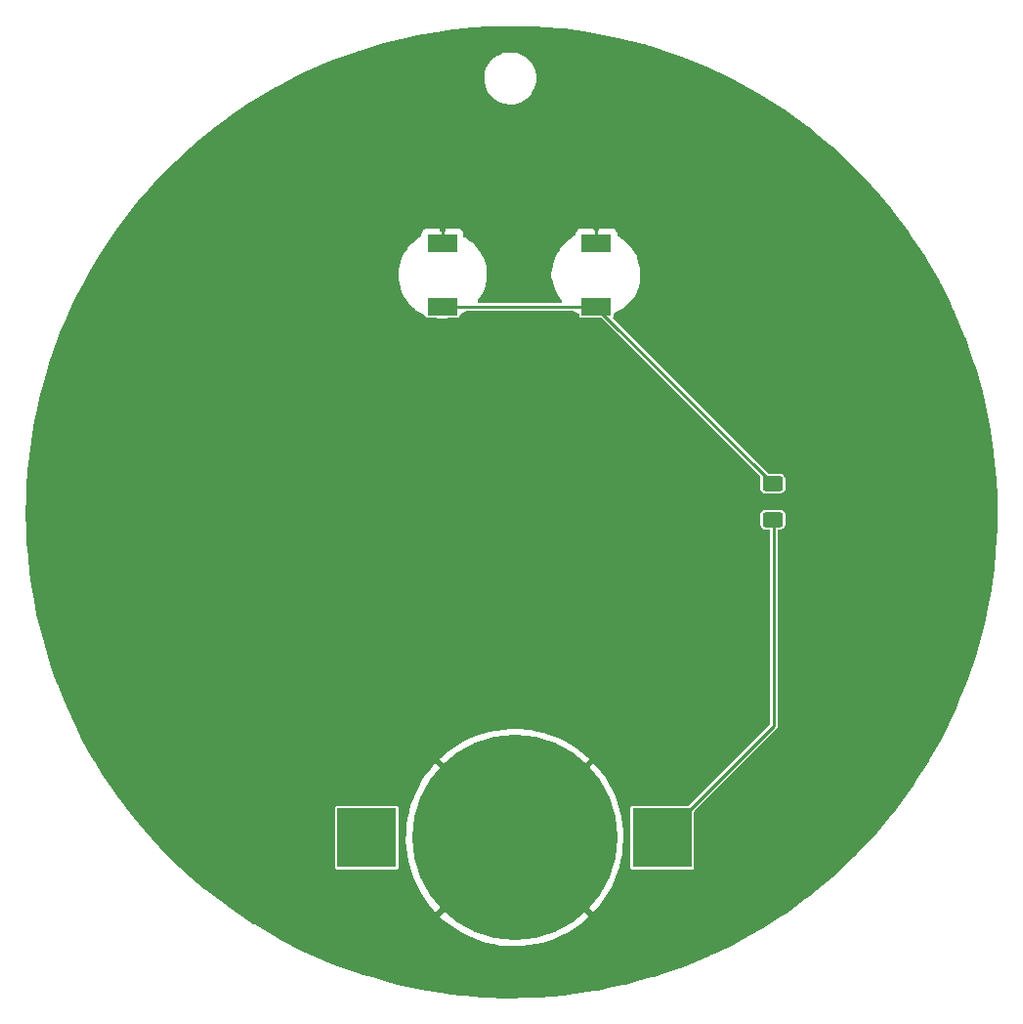
<source format=gbr>
%TF.GenerationSoftware,KiCad,Pcbnew,6.0.6-3a73a75311~116~ubuntu21.10.1*%
%TF.CreationDate,2023-05-16T20:40:28-06:00*%
%TF.ProjectId,goon,676f6f6e-2e6b-4696-9361-645f70636258,rev?*%
%TF.SameCoordinates,Original*%
%TF.FileFunction,Copper,L2,Bot*%
%TF.FilePolarity,Positive*%
%FSLAX46Y46*%
G04 Gerber Fmt 4.6, Leading zero omitted, Abs format (unit mm)*
G04 Created by KiCad (PCBNEW 6.0.6-3a73a75311~116~ubuntu21.10.1) date 2023-05-16 20:40:28*
%MOMM*%
%LPD*%
G01*
G04 APERTURE LIST*
G04 Aperture macros list*
%AMRoundRect*
0 Rectangle with rounded corners*
0 $1 Rounding radius*
0 $2 $3 $4 $5 $6 $7 $8 $9 X,Y pos of 4 corners*
0 Add a 4 corners polygon primitive as box body*
4,1,4,$2,$3,$4,$5,$6,$7,$8,$9,$2,$3,0*
0 Add four circle primitives for the rounded corners*
1,1,$1+$1,$2,$3*
1,1,$1+$1,$4,$5*
1,1,$1+$1,$6,$7*
1,1,$1+$1,$8,$9*
0 Add four rect primitives between the rounded corners*
20,1,$1+$1,$2,$3,$4,$5,0*
20,1,$1+$1,$4,$5,$6,$7,0*
20,1,$1+$1,$6,$7,$8,$9,0*
20,1,$1+$1,$8,$9,$2,$3,0*%
G04 Aperture macros list end*
%TA.AperFunction,SMDPad,CuDef*%
%ADD10R,2.600000X1.500000*%
%TD*%
%TA.AperFunction,SMDPad,CuDef*%
%ADD11RoundRect,0.250000X-0.625000X0.400000X-0.625000X-0.400000X0.625000X-0.400000X0.625000X0.400000X0*%
%TD*%
%TA.AperFunction,SMDPad,CuDef*%
%ADD12R,5.100000X5.100000*%
%TD*%
%TA.AperFunction,SMDPad,CuDef*%
%ADD13C,17.800000*%
%TD*%
%TA.AperFunction,Conductor*%
%ADD14C,0.250000*%
%TD*%
G04 APERTURE END LIST*
D10*
%TO.P,D1,1,K*%
%TO.N,GND*%
X144100000Y-77675000D03*
%TO.P,D1,2,A*%
%TO.N,Net-(D1-Pad2)*%
X144100000Y-83175000D03*
%TD*%
%TO.P,D2,1,K*%
%TO.N,GND*%
X157450000Y-77675000D03*
%TO.P,D2,2,A*%
%TO.N,Net-(D1-Pad2)*%
X157450000Y-83175000D03*
%TD*%
D11*
%TO.P,R1,2*%
%TO.N,Net-(BT1-Pad1)*%
X172725000Y-101625000D03*
%TO.P,R1,1*%
%TO.N,Net-(D1-Pad2)*%
X172725000Y-98525000D03*
%TD*%
D12*
%TO.P,BT1,1,+*%
%TO.N,Net-(BT1-Pad1)*%
X137550000Y-129200000D03*
X163150000Y-129200000D03*
D13*
%TO.P,BT1,2,-*%
%TO.N,GND*%
X150350000Y-129200000D03*
%TD*%
D14*
%TO.N,GND*%
X157450000Y-77675000D02*
X157450000Y-76275000D01*
X144100000Y-77675000D02*
X144100000Y-76275000D01*
%TO.N,Net-(BT1-Pad1)*%
X163150000Y-129175000D02*
X172825000Y-119500000D01*
X172825000Y-119500000D02*
X172825000Y-101725000D01*
%TO.N,Net-(D1-Pad2)*%
X157450000Y-83250000D02*
X172725000Y-98525000D01*
X144100000Y-83175000D02*
X157450000Y-83175000D01*
%TD*%
%TA.AperFunction,Conductor*%
%TO.N,GND*%
G36*
X151736316Y-58897593D02*
G01*
X151740053Y-58897697D01*
X151825327Y-58901345D01*
X152104028Y-58913270D01*
X152107946Y-58913499D01*
X154295762Y-59076082D01*
X154299188Y-59076385D01*
X154643544Y-59111667D01*
X154655612Y-59112903D01*
X154659760Y-59113398D01*
X156843345Y-59410571D01*
X156846607Y-59411058D01*
X156939228Y-59426142D01*
X157188110Y-59466675D01*
X157192370Y-59467446D01*
X159370559Y-59900714D01*
X159373571Y-59901352D01*
X159692475Y-59972928D01*
X159696962Y-59974021D01*
X161868793Y-60545817D01*
X161871549Y-60546576D01*
X161979208Y-60577548D01*
X162159995Y-60629559D01*
X162164584Y-60630976D01*
X164261926Y-61322575D01*
X164329850Y-61344973D01*
X164332347Y-61345826D01*
X164581769Y-61433906D01*
X164586503Y-61435685D01*
X166745867Y-62297184D01*
X166748105Y-62298102D01*
X166949277Y-62382873D01*
X166954088Y-62385020D01*
X169109760Y-63401700D01*
X169111591Y-63402583D01*
X169253993Y-63472808D01*
X169258869Y-63475346D01*
X171415008Y-64658245D01*
X171416735Y-64659211D01*
X171469466Y-64689227D01*
X171472686Y-64691123D01*
X171524593Y-64722746D01*
X171526208Y-64723747D01*
X173606114Y-66036069D01*
X173610666Y-66039082D01*
X173741062Y-66129541D01*
X173742832Y-66130792D01*
X175677103Y-67523268D01*
X175681312Y-67526433D01*
X175853024Y-67661315D01*
X175854808Y-67662745D01*
X176729566Y-68377452D01*
X177655236Y-69133757D01*
X177659087Y-69137034D01*
X177857041Y-69312477D01*
X177858998Y-69314248D01*
X179533229Y-70861891D01*
X179536710Y-70865235D01*
X179749124Y-71077279D01*
X179751086Y-71079282D01*
X181304136Y-72701619D01*
X181307241Y-72704984D01*
X181524476Y-72949231D01*
X181526493Y-72951556D01*
X182961426Y-74646567D01*
X182964209Y-74649973D01*
X183178386Y-74921655D01*
X183180390Y-74924266D01*
X184476610Y-76660115D01*
X184498937Y-76690015D01*
X184501381Y-76693404D01*
X184706113Y-76987427D01*
X184708080Y-76990337D01*
X185287779Y-77874526D01*
X185910898Y-78824941D01*
X185913016Y-78828285D01*
X186103094Y-79139072D01*
X186104990Y-79142279D01*
X187093216Y-80871312D01*
X187191930Y-81044026D01*
X187193724Y-81047275D01*
X187265480Y-81181945D01*
X187365078Y-81368869D01*
X187366884Y-81372391D01*
X188024334Y-82705568D01*
X188248754Y-83160646D01*
X188337135Y-83339866D01*
X188338647Y-83343043D01*
X188488080Y-83668683D01*
X188489759Y-83672508D01*
X189341965Y-85704790D01*
X189343201Y-85707848D01*
X189468595Y-86030297D01*
X189470091Y-86034355D01*
X189957295Y-87429490D01*
X190202285Y-88131035D01*
X190203265Y-88133954D01*
X190303463Y-88445100D01*
X190304796Y-88449517D01*
X190743032Y-90003381D01*
X190914396Y-90610993D01*
X190915141Y-90613754D01*
X190990042Y-90904424D01*
X190991159Y-90909131D01*
X191474898Y-93137096D01*
X191475431Y-93139680D01*
X191526140Y-93399344D01*
X191527010Y-93404326D01*
X191880683Y-95702182D01*
X191881028Y-95704577D01*
X191910082Y-95920887D01*
X191910674Y-95926131D01*
X192128747Y-98299404D01*
X192128930Y-98301595D01*
X192140696Y-98459922D01*
X192140983Y-98465412D01*
X192168789Y-99375500D01*
X192212900Y-100819247D01*
X192216083Y-100923433D01*
X192216128Y-100925414D01*
X192217032Y-100986401D01*
X192217038Y-100989695D01*
X192216302Y-101054601D01*
X192216271Y-101056263D01*
X192175808Y-102601500D01*
X192162648Y-103104058D01*
X192162602Y-103105488D01*
X192159394Y-103190929D01*
X192159199Y-103194661D01*
X192155113Y-103255378D01*
X192154964Y-103257352D01*
X191951328Y-105708036D01*
X191950754Y-105713503D01*
X191930726Y-105870935D01*
X191930429Y-105873114D01*
X191588438Y-108231782D01*
X191587572Y-108236988D01*
X191547238Y-108451474D01*
X191546768Y-108453847D01*
X191073310Y-110730084D01*
X191072188Y-110734980D01*
X191007966Y-110991602D01*
X191007299Y-110994155D01*
X190407606Y-113193804D01*
X190406244Y-113198446D01*
X190316255Y-113484725D01*
X190315367Y-113487442D01*
X189593461Y-115614110D01*
X189591901Y-115618444D01*
X189475559Y-115923913D01*
X189474462Y-115926692D01*
X189031466Y-117009517D01*
X188633520Y-117982227D01*
X188631784Y-117986267D01*
X188489697Y-118301689D01*
X188488316Y-118304652D01*
X187530886Y-120289609D01*
X187529054Y-120293252D01*
X187362750Y-120610689D01*
X187361084Y-120613762D01*
X186289176Y-122527791D01*
X186287203Y-122531188D01*
X186099282Y-122843324D01*
X186097326Y-122846467D01*
X185220162Y-124210172D01*
X184912306Y-124688787D01*
X184910237Y-124691900D01*
X184704177Y-124992281D01*
X184701887Y-124995510D01*
X183404692Y-126764660D01*
X183402572Y-126767468D01*
X183182731Y-127050376D01*
X183180117Y-127053627D01*
X181770960Y-128747953D01*
X181768857Y-128750416D01*
X181718481Y-128807860D01*
X181540729Y-129010546D01*
X181537772Y-129013801D01*
X180016108Y-130631379D01*
X180013971Y-130633596D01*
X179784253Y-130866138D01*
X179780948Y-130869363D01*
X178145084Y-132408230D01*
X178143075Y-132410076D01*
X178033426Y-132508631D01*
X177919834Y-132610730D01*
X177916185Y-132613886D01*
X177505688Y-132955292D01*
X176163297Y-134071747D01*
X176161251Y-134073413D01*
X175954347Y-134238287D01*
X175950329Y-134241359D01*
X175533786Y-134546781D01*
X174233727Y-135500024D01*
X174075449Y-135616078D01*
X174073485Y-135617489D01*
X173895008Y-135743158D01*
X173890651Y-135746092D01*
X173450750Y-136029046D01*
X171886103Y-137035460D01*
X171884243Y-137036633D01*
X171749354Y-137120105D01*
X171744617Y-137122895D01*
X170757762Y-137675561D01*
X169598990Y-138324504D01*
X169597283Y-138325443D01*
X169543749Y-138354328D01*
X169540456Y-138356043D01*
X169486003Y-138383370D01*
X169484414Y-138384152D01*
X167924821Y-139136410D01*
X167269353Y-139452570D01*
X167264351Y-139454849D01*
X167118545Y-139517493D01*
X167116575Y-139518320D01*
X164910642Y-140420791D01*
X164905725Y-140422684D01*
X164700396Y-140496809D01*
X164698152Y-140497594D01*
X163307009Y-140969824D01*
X162496616Y-141244915D01*
X162491795Y-141246444D01*
X162238127Y-141321343D01*
X162235589Y-141322064D01*
X160981243Y-141664038D01*
X160417732Y-141817669D01*
X160035912Y-141921765D01*
X160031227Y-141922946D01*
X159738864Y-141990713D01*
X159736123Y-141991315D01*
X158866357Y-142172227D01*
X157537270Y-142448677D01*
X157532732Y-142449534D01*
X157210549Y-142504316D01*
X157207508Y-142504795D01*
X155009655Y-142823469D01*
X155005292Y-142824024D01*
X154661373Y-142861690D01*
X154658098Y-142862005D01*
X152464116Y-143044311D01*
X152461961Y-143044490D01*
X152457791Y-143044767D01*
X152099929Y-143062582D01*
X152096437Y-143062708D01*
X151275649Y-143080617D01*
X149903197Y-143110564D01*
X149899238Y-143110588D01*
X149534975Y-143107091D01*
X149531238Y-143107000D01*
X148014545Y-143047409D01*
X147342443Y-143021002D01*
X147338742Y-143020802D01*
X146975200Y-142995699D01*
X146971338Y-142995371D01*
X145807765Y-142878206D01*
X144788639Y-142775585D01*
X144785144Y-142775184D01*
X144429786Y-142729347D01*
X144425651Y-142728744D01*
X142250581Y-142374511D01*
X142247333Y-142373938D01*
X141907438Y-142309406D01*
X141903132Y-142308510D01*
X140193961Y-141921765D01*
X139737060Y-141818379D01*
X139734118Y-141817675D01*
X139588729Y-141781021D01*
X139417143Y-141737762D01*
X139412687Y-141736551D01*
X137990645Y-141322064D01*
X137256569Y-141108100D01*
X137253877Y-141107283D01*
X136967677Y-141016769D01*
X136963161Y-141015245D01*
X135785475Y-140592413D01*
X134817331Y-140244813D01*
X134814858Y-140243896D01*
X134636463Y-140175596D01*
X134567766Y-140149294D01*
X134563128Y-140147411D01*
X132995609Y-139473952D01*
X132426998Y-139229657D01*
X132424785Y-139228681D01*
X132225933Y-139138687D01*
X132221172Y-139136410D01*
X130092890Y-138063667D01*
X130090935Y-138062661D01*
X130078199Y-138055960D01*
X129950518Y-137988784D01*
X129945745Y-137986138D01*
X127821445Y-136747284D01*
X127819744Y-136746274D01*
X127767656Y-136714791D01*
X127764486Y-136712810D01*
X127713398Y-136679823D01*
X127711743Y-136678736D01*
X126743666Y-136031887D01*
X143883653Y-136031887D01*
X143883677Y-136032226D01*
X143889500Y-136040858D01*
X144222715Y-136345660D01*
X144225846Y-136348344D01*
X144696614Y-136726175D01*
X144699897Y-136728640D01*
X145194088Y-137075319D01*
X145197515Y-137077562D01*
X145713060Y-137391635D01*
X145716595Y-137393635D01*
X146251368Y-137673802D01*
X146255006Y-137675561D01*
X146806712Y-137920619D01*
X146810502Y-137922158D01*
X147376872Y-138131103D01*
X147380737Y-138132389D01*
X147959415Y-138304350D01*
X147963356Y-138305384D01*
X148551917Y-138439642D01*
X148555912Y-138440419D01*
X149151930Y-138536419D01*
X149155969Y-138536936D01*
X149756918Y-138594272D01*
X149760987Y-138594528D01*
X150364384Y-138612964D01*
X150368470Y-138612956D01*
X150971812Y-138592414D01*
X150975856Y-138592145D01*
X151576622Y-138532710D01*
X151580658Y-138532179D01*
X152176321Y-138434102D01*
X152180324Y-138433309D01*
X152768425Y-138296995D01*
X152772345Y-138295952D01*
X153350442Y-138121964D01*
X153354275Y-138120674D01*
X153919914Y-137909753D01*
X153923707Y-137908197D01*
X154474544Y-137661219D01*
X154478205Y-137659433D01*
X155011987Y-137377406D01*
X155015493Y-137375406D01*
X155529963Y-137059521D01*
X155533360Y-137057280D01*
X156026367Y-136708858D01*
X156029591Y-136706420D01*
X156499100Y-136326897D01*
X156502167Y-136324250D01*
X156807854Y-136042663D01*
X156816032Y-136029046D01*
X156816018Y-136028587D01*
X156810673Y-136019883D01*
X150362812Y-129572022D01*
X150348868Y-129564408D01*
X150347035Y-129564539D01*
X150340420Y-129568790D01*
X143891267Y-136017943D01*
X143883653Y-136031887D01*
X126743666Y-136031887D01*
X125666992Y-135312476D01*
X125662560Y-135309373D01*
X125534523Y-135215493D01*
X125532847Y-135214241D01*
X123635619Y-133771555D01*
X123631532Y-133768309D01*
X123463498Y-133629052D01*
X123461650Y-133627491D01*
X121700354Y-132109862D01*
X121696604Y-132106497D01*
X121503274Y-131925898D01*
X121501402Y-131924113D01*
X121342942Y-131769748D01*
X134799500Y-131769748D01*
X134811133Y-131828231D01*
X134855448Y-131894552D01*
X134921769Y-131938867D01*
X134933938Y-131941288D01*
X134933939Y-131941288D01*
X134974184Y-131949293D01*
X134980252Y-131950500D01*
X140119748Y-131950500D01*
X140125816Y-131949293D01*
X140166061Y-131941288D01*
X140166062Y-131941288D01*
X140178231Y-131938867D01*
X140244552Y-131894552D01*
X140288867Y-131828231D01*
X140300500Y-131769748D01*
X140300500Y-129411514D01*
X140939403Y-129411514D01*
X140939495Y-129415588D01*
X140972667Y-130018368D01*
X140973022Y-130022420D01*
X141045028Y-130621822D01*
X141045638Y-130625812D01*
X141156173Y-131219317D01*
X141157045Y-131223282D01*
X141305647Y-131808405D01*
X141306772Y-131812303D01*
X141492827Y-132386624D01*
X141494203Y-132390445D01*
X141716923Y-132951541D01*
X141718554Y-132955292D01*
X141977015Y-133500839D01*
X141978873Y-133504453D01*
X142272019Y-134032217D01*
X142274094Y-134035684D01*
X142600683Y-134543424D01*
X142602999Y-134546781D01*
X142961653Y-135032359D01*
X142964184Y-135035564D01*
X143353434Y-135496995D01*
X143356161Y-135500024D01*
X143507555Y-135657621D01*
X143521340Y-135665511D01*
X143522504Y-135665451D01*
X143530137Y-135660653D01*
X149977978Y-129212812D01*
X149984356Y-129201132D01*
X150714408Y-129201132D01*
X150714539Y-129202965D01*
X150718790Y-129209580D01*
X157166962Y-135657752D01*
X157180906Y-135665366D01*
X157181950Y-135665292D01*
X157189643Y-135660218D01*
X157365787Y-135475573D01*
X157368510Y-135472527D01*
X157756152Y-135009734D01*
X157758646Y-135006554D01*
X158115621Y-134519701D01*
X158117921Y-134516341D01*
X158442732Y-134007472D01*
X158444803Y-134003984D01*
X158736104Y-133475202D01*
X158737940Y-133471600D01*
X158994512Y-132925120D01*
X158996114Y-132921401D01*
X159216884Y-132359502D01*
X159218241Y-132355692D01*
X159402293Y-131780714D01*
X159403399Y-131776832D01*
X159405172Y-131769748D01*
X160399500Y-131769748D01*
X160411133Y-131828231D01*
X160455448Y-131894552D01*
X160521769Y-131938867D01*
X160533938Y-131941288D01*
X160533939Y-131941288D01*
X160574184Y-131949293D01*
X160580252Y-131950500D01*
X165719748Y-131950500D01*
X165725816Y-131949293D01*
X165766061Y-131941288D01*
X165766062Y-131941288D01*
X165778231Y-131938867D01*
X165844552Y-131894552D01*
X165888867Y-131828231D01*
X165900500Y-131769748D01*
X165900500Y-126937016D01*
X165920502Y-126868895D01*
X165937405Y-126847921D01*
X173041222Y-119744105D01*
X173049326Y-119736678D01*
X173069750Y-119719540D01*
X173078194Y-119712455D01*
X173083704Y-119702912D01*
X173083707Y-119702908D01*
X173097036Y-119679821D01*
X173102941Y-119670551D01*
X173118232Y-119648713D01*
X173124554Y-119639684D01*
X173127407Y-119629036D01*
X173128886Y-119625865D01*
X173130078Y-119622589D01*
X173135588Y-119613045D01*
X173142134Y-119575924D01*
X173144508Y-119565217D01*
X173154263Y-119528807D01*
X173150979Y-119491269D01*
X173150500Y-119480288D01*
X173150500Y-102601500D01*
X173170502Y-102533379D01*
X173224158Y-102486886D01*
X173276500Y-102475500D01*
X173403834Y-102475500D01*
X173421752Y-102473806D01*
X173427722Y-102473242D01*
X173427723Y-102473242D01*
X173435369Y-102472519D01*
X173563184Y-102427634D01*
X173570754Y-102422042D01*
X173570757Y-102422041D01*
X173664579Y-102352742D01*
X173672150Y-102347150D01*
X173684665Y-102330206D01*
X173747041Y-102245757D01*
X173747042Y-102245754D01*
X173752634Y-102238184D01*
X173797519Y-102110369D01*
X173800500Y-102078834D01*
X173800500Y-101171166D01*
X173797519Y-101139631D01*
X173752634Y-101011816D01*
X173747042Y-101004246D01*
X173747041Y-101004243D01*
X173677742Y-100910421D01*
X173672150Y-100902850D01*
X173655206Y-100890335D01*
X173570757Y-100827959D01*
X173570754Y-100827958D01*
X173563184Y-100822366D01*
X173435369Y-100777481D01*
X173427723Y-100776758D01*
X173427722Y-100776758D01*
X173421752Y-100776194D01*
X173403834Y-100774500D01*
X172046166Y-100774500D01*
X172028248Y-100776194D01*
X172022278Y-100776758D01*
X172022277Y-100776758D01*
X172014631Y-100777481D01*
X171886816Y-100822366D01*
X171879246Y-100827958D01*
X171879243Y-100827959D01*
X171794794Y-100890335D01*
X171777850Y-100902850D01*
X171772258Y-100910421D01*
X171702959Y-101004243D01*
X171702958Y-101004246D01*
X171697366Y-101011816D01*
X171652481Y-101139631D01*
X171649500Y-101171166D01*
X171649500Y-102078834D01*
X171652481Y-102110369D01*
X171697366Y-102238184D01*
X171702958Y-102245754D01*
X171702959Y-102245757D01*
X171765335Y-102330206D01*
X171777850Y-102347150D01*
X171785421Y-102352742D01*
X171879243Y-102422041D01*
X171879246Y-102422042D01*
X171886816Y-102427634D01*
X172014631Y-102472519D01*
X172022277Y-102473242D01*
X172022278Y-102473242D01*
X172028248Y-102473806D01*
X172046166Y-102475500D01*
X172373500Y-102475500D01*
X172441621Y-102495502D01*
X172488114Y-102549158D01*
X172499500Y-102601500D01*
X172499500Y-119312983D01*
X172479498Y-119381104D01*
X172462595Y-119402078D01*
X165452079Y-126412595D01*
X165389767Y-126446621D01*
X165362984Y-126449500D01*
X160580252Y-126449500D01*
X160574184Y-126450707D01*
X160533939Y-126458712D01*
X160533938Y-126458712D01*
X160521769Y-126461133D01*
X160455448Y-126505448D01*
X160411133Y-126571769D01*
X160399500Y-126630252D01*
X160399500Y-131769748D01*
X159405172Y-131769748D01*
X159549966Y-131191165D01*
X159550818Y-131187221D01*
X159659281Y-130593335D01*
X159659882Y-130589310D01*
X159729790Y-129989698D01*
X159730132Y-129985621D01*
X159761238Y-129382012D01*
X159761318Y-129379395D01*
X159763027Y-129201337D01*
X159762997Y-129198661D01*
X159743486Y-128594588D01*
X159743223Y-128590530D01*
X159684836Y-127989662D01*
X159684316Y-127985652D01*
X159587275Y-127389796D01*
X159586487Y-127385783D01*
X159451206Y-126797474D01*
X159450160Y-126793518D01*
X159277195Y-126215163D01*
X159275897Y-126211282D01*
X159065959Y-125645262D01*
X159064433Y-125641524D01*
X158818405Y-125090231D01*
X158816625Y-125086566D01*
X158535537Y-124552303D01*
X158533528Y-124548768D01*
X158218550Y-124033762D01*
X158216322Y-124030371D01*
X157868748Y-123536739D01*
X157866322Y-123533520D01*
X157487619Y-123063349D01*
X157484975Y-123060276D01*
X157192813Y-122741994D01*
X157179209Y-122733792D01*
X157178810Y-122733804D01*
X157170017Y-122739193D01*
X150722022Y-129187188D01*
X150714408Y-129201132D01*
X149984356Y-129201132D01*
X149985592Y-129198868D01*
X149985461Y-129197035D01*
X149981210Y-129190420D01*
X143530806Y-122740016D01*
X143516862Y-122732402D01*
X143515057Y-122732531D01*
X143508404Y-122736810D01*
X143478383Y-122766885D01*
X143475621Y-122769835D01*
X143077560Y-123223737D01*
X143074995Y-123226860D01*
X142707060Y-123705497D01*
X142704697Y-123708785D01*
X142368413Y-124210172D01*
X142366271Y-124213601D01*
X142063052Y-124735630D01*
X142061126Y-124739208D01*
X141792232Y-125279706D01*
X141790535Y-125283415D01*
X141557078Y-125840146D01*
X141555638Y-125843916D01*
X141358586Y-126414579D01*
X141357390Y-126418443D01*
X141197586Y-127000591D01*
X141196629Y-127004578D01*
X141074729Y-127595806D01*
X141074033Y-127599835D01*
X140990539Y-128197713D01*
X140990107Y-128201757D01*
X140945367Y-128803802D01*
X140945197Y-128807860D01*
X140939403Y-129411514D01*
X140300500Y-129411514D01*
X140300500Y-126630252D01*
X140288867Y-126571769D01*
X140244552Y-126505448D01*
X140178231Y-126461133D01*
X140166062Y-126458712D01*
X140166061Y-126458712D01*
X140125816Y-126450707D01*
X140119748Y-126449500D01*
X134980252Y-126449500D01*
X134974184Y-126450707D01*
X134933939Y-126458712D01*
X134933938Y-126458712D01*
X134921769Y-126461133D01*
X134855448Y-126505448D01*
X134811133Y-126571769D01*
X134799500Y-126630252D01*
X134799500Y-131769748D01*
X121342942Y-131769748D01*
X120781979Y-131223282D01*
X119911625Y-130375421D01*
X119908263Y-130372017D01*
X119589118Y-130036296D01*
X119587246Y-130034280D01*
X118274154Y-128588679D01*
X118271119Y-128585213D01*
X117753537Y-127971651D01*
X117751581Y-127969273D01*
X117016701Y-127053632D01*
X116743855Y-126713673D01*
X116741175Y-126710213D01*
X116686086Y-126636439D01*
X116080366Y-125825281D01*
X116078434Y-125822622D01*
X115953089Y-125645262D01*
X115563127Y-125093479D01*
X115562874Y-125093120D01*
X115298422Y-124716145D01*
X115296321Y-124713053D01*
X115190528Y-124552303D01*
X114610072Y-123670321D01*
X114608063Y-123667168D01*
X113953032Y-122604510D01*
X113951118Y-122601299D01*
X113817160Y-122368808D01*
X143882090Y-122368808D01*
X143882225Y-122370670D01*
X143886453Y-122377243D01*
X150337188Y-128827978D01*
X150351132Y-128835592D01*
X150352965Y-128835461D01*
X150359580Y-128831210D01*
X156807803Y-122382987D01*
X156815417Y-122369043D01*
X156815339Y-122367941D01*
X156810326Y-122360325D01*
X156637807Y-122195175D01*
X156634777Y-122192456D01*
X156172650Y-121803998D01*
X156169478Y-121801502D01*
X155683249Y-121443677D01*
X155679891Y-121441369D01*
X155171601Y-121115679D01*
X155168083Y-121113582D01*
X154639845Y-120821377D01*
X154636220Y-120819522D01*
X154090225Y-120562014D01*
X154086457Y-120560384D01*
X153524988Y-120338649D01*
X153521159Y-120337278D01*
X152946502Y-120152222D01*
X152942627Y-120151111D01*
X152357229Y-120003526D01*
X152353268Y-120002663D01*
X151759588Y-119893167D01*
X151755566Y-119892558D01*
X151156029Y-119821598D01*
X151152027Y-119821255D01*
X150549136Y-119789131D01*
X150545119Y-119789047D01*
X149941442Y-119795896D01*
X149937380Y-119796073D01*
X149335416Y-119841864D01*
X149331389Y-119842301D01*
X148733660Y-119926839D01*
X148729623Y-119927543D01*
X148138587Y-120050478D01*
X148134639Y-120051434D01*
X147552765Y-120212254D01*
X147548873Y-120213467D01*
X146978579Y-120411506D01*
X146974796Y-120412959D01*
X146418481Y-120647384D01*
X146414782Y-120649085D01*
X145874758Y-120918920D01*
X145871156Y-120920868D01*
X145349693Y-121224975D01*
X145346229Y-121227148D01*
X144845452Y-121564292D01*
X144842161Y-121566665D01*
X144364195Y-121935414D01*
X144361040Y-121938013D01*
X143907848Y-122336854D01*
X143904900Y-122339622D01*
X143889690Y-122354859D01*
X143882090Y-122368808D01*
X113817160Y-122368808D01*
X113327904Y-121519681D01*
X113326086Y-121516414D01*
X112735250Y-120416816D01*
X112733529Y-120413497D01*
X112175555Y-119296815D01*
X112173934Y-119293447D01*
X111649333Y-118160702D01*
X111647813Y-118157287D01*
X111157062Y-117009517D01*
X111155643Y-117006058D01*
X110731574Y-115926734D01*
X110699132Y-115844164D01*
X110697841Y-115840728D01*
X110275992Y-114665783D01*
X110274799Y-114662297D01*
X109888017Y-113475428D01*
X109886911Y-113471857D01*
X109805339Y-113193804D01*
X109535490Y-112273972D01*
X109534509Y-112270437D01*
X109218783Y-111062665D01*
X109217892Y-111059035D01*
X108938151Y-109842502D01*
X108937367Y-109838846D01*
X108693834Y-108614521D01*
X108693159Y-108610844D01*
X108486051Y-107379817D01*
X108485486Y-107376122D01*
X108314995Y-106139540D01*
X108314539Y-106135830D01*
X108180803Y-104894678D01*
X108180458Y-104890955D01*
X108083605Y-103646430D01*
X108083370Y-103642699D01*
X108023478Y-102395820D01*
X108023354Y-102392084D01*
X108000922Y-101168218D01*
X108000478Y-101143966D01*
X108000465Y-101140243D01*
X108002211Y-100986401D01*
X108014627Y-99892011D01*
X108014725Y-99888274D01*
X108065910Y-98641010D01*
X108066119Y-98637277D01*
X108134268Y-97674779D01*
X108154283Y-97392095D01*
X108154601Y-97388382D01*
X108279669Y-96146330D01*
X108280099Y-96142617D01*
X108441952Y-94904878D01*
X108442491Y-94901179D01*
X108640998Y-93668742D01*
X108641647Y-93665060D01*
X108742840Y-93137096D01*
X108876638Y-92439014D01*
X108877393Y-92435371D01*
X109148632Y-91216922D01*
X109149498Y-91213286D01*
X109255385Y-90796358D01*
X109456780Y-90003362D01*
X109457749Y-89999771D01*
X109800780Y-88799526D01*
X109801860Y-88795948D01*
X110013422Y-88131035D01*
X110180358Y-87606374D01*
X110181522Y-87602895D01*
X110595155Y-86425042D01*
X110596445Y-86421536D01*
X111044818Y-85256525D01*
X111046213Y-85253056D01*
X111483399Y-84210485D01*
X111528944Y-84101871D01*
X111530433Y-84098463D01*
X111579266Y-83991062D01*
X111876484Y-83337364D01*
X112047115Y-82962081D01*
X112048713Y-82958701D01*
X112394724Y-82253962D01*
X112598869Y-81838169D01*
X112600561Y-81834848D01*
X113016668Y-81047299D01*
X113183720Y-80731125D01*
X113185515Y-80727846D01*
X113359113Y-80421636D01*
X140275240Y-80421636D01*
X140275390Y-80424817D01*
X140289681Y-80727846D01*
X140293257Y-80803679D01*
X140349789Y-81181945D01*
X140350575Y-81185027D01*
X140350575Y-81185029D01*
X140435062Y-81516483D01*
X140444258Y-81552562D01*
X140537701Y-81807905D01*
X140571403Y-81900000D01*
X140575697Y-81911735D01*
X140742759Y-82255787D01*
X140943735Y-82581195D01*
X140945676Y-82583725D01*
X140945677Y-82583726D01*
X141151448Y-82851891D01*
X141176567Y-82884627D01*
X141438870Y-83162976D01*
X141727959Y-83413393D01*
X141730569Y-83415228D01*
X141730575Y-83415232D01*
X141851900Y-83500500D01*
X142040875Y-83633314D01*
X142374413Y-83820487D01*
X142377335Y-83821758D01*
X142377338Y-83821759D01*
X142533282Y-83889566D01*
X142587777Y-83935072D01*
X142606618Y-83980531D01*
X142611133Y-84003231D01*
X142655448Y-84069552D01*
X142721769Y-84113867D01*
X142733938Y-84116288D01*
X142733939Y-84116288D01*
X142751244Y-84119730D01*
X142780252Y-84125500D01*
X143248273Y-84125500D01*
X143274255Y-84128208D01*
X143460650Y-84167488D01*
X143460655Y-84167489D01*
X143463769Y-84168145D01*
X143844071Y-84208787D01*
X143847259Y-84208804D01*
X143847264Y-84208804D01*
X144020605Y-84209712D01*
X144226533Y-84210790D01*
X144370979Y-84196881D01*
X144604075Y-84174437D01*
X144604080Y-84174436D01*
X144607240Y-84174132D01*
X144610359Y-84173509D01*
X144610364Y-84173508D01*
X144838393Y-84127943D01*
X144863082Y-84125500D01*
X145419748Y-84125500D01*
X145448756Y-84119730D01*
X145466061Y-84116288D01*
X145466062Y-84116288D01*
X145478231Y-84113867D01*
X145544552Y-84069552D01*
X145588867Y-84003231D01*
X145591921Y-83987881D01*
X145600500Y-83944748D01*
X145601992Y-83945045D01*
X145625762Y-83886188D01*
X145675536Y-83848310D01*
X145700177Y-83837901D01*
X146035657Y-83654231D01*
X146227094Y-83522660D01*
X146298461Y-83500500D01*
X155304957Y-83500500D01*
X155377407Y-83523413D01*
X155394110Y-83535152D01*
X155396872Y-83536702D01*
X155396880Y-83536707D01*
X155632059Y-83668683D01*
X155727648Y-83722325D01*
X155730562Y-83723592D01*
X155730566Y-83723594D01*
X155767697Y-83739739D01*
X155873743Y-83785849D01*
X155928237Y-83831354D01*
X155949500Y-83901398D01*
X155949500Y-83944748D01*
X155950707Y-83950816D01*
X155958080Y-83987881D01*
X155961133Y-84003231D01*
X156005448Y-84069552D01*
X156071769Y-84113867D01*
X156083938Y-84116288D01*
X156083939Y-84116288D01*
X156101244Y-84119730D01*
X156130252Y-84125500D01*
X157812984Y-84125500D01*
X157881105Y-84145502D01*
X157902079Y-84162405D01*
X171629390Y-97889716D01*
X171663416Y-97952028D01*
X171659178Y-98020558D01*
X171655026Y-98032381D01*
X171655024Y-98032389D01*
X171652481Y-98039631D01*
X171649500Y-98071166D01*
X171649500Y-98978834D01*
X171652481Y-99010369D01*
X171697366Y-99138184D01*
X171702958Y-99145754D01*
X171702959Y-99145757D01*
X171765335Y-99230206D01*
X171777850Y-99247150D01*
X171785421Y-99252742D01*
X171879243Y-99322041D01*
X171879246Y-99322042D01*
X171886816Y-99327634D01*
X172014631Y-99372519D01*
X172022277Y-99373242D01*
X172022278Y-99373242D01*
X172028248Y-99373806D01*
X172046166Y-99375500D01*
X173403834Y-99375500D01*
X173421752Y-99373806D01*
X173427722Y-99373242D01*
X173427723Y-99373242D01*
X173435369Y-99372519D01*
X173563184Y-99327634D01*
X173570754Y-99322042D01*
X173570757Y-99322041D01*
X173664579Y-99252742D01*
X173672150Y-99247150D01*
X173684665Y-99230206D01*
X173747041Y-99145757D01*
X173747042Y-99145754D01*
X173752634Y-99138184D01*
X173797519Y-99010369D01*
X173800500Y-98978834D01*
X173800500Y-98071166D01*
X173797519Y-98039631D01*
X173752634Y-97911816D01*
X173747042Y-97904246D01*
X173747041Y-97904243D01*
X173677742Y-97810421D01*
X173672150Y-97802850D01*
X173655206Y-97790335D01*
X173570757Y-97727959D01*
X173570754Y-97727958D01*
X173563184Y-97722366D01*
X173435369Y-97677481D01*
X173427723Y-97676758D01*
X173427722Y-97676758D01*
X173421752Y-97676194D01*
X173403834Y-97674500D01*
X172387017Y-97674500D01*
X172318896Y-97654498D01*
X172297922Y-97637595D01*
X158899600Y-84239273D01*
X158865574Y-84176961D01*
X158870639Y-84106146D01*
X158893857Y-84070017D01*
X158894552Y-84069552D01*
X158938867Y-84003231D01*
X158941921Y-83987881D01*
X158949293Y-83950816D01*
X158950500Y-83944748D01*
X158950500Y-83866766D01*
X158970502Y-83798645D01*
X159027471Y-83750697D01*
X159053412Y-83739739D01*
X159056215Y-83738205D01*
X159056220Y-83738202D01*
X159206786Y-83655769D01*
X159388892Y-83556069D01*
X159704093Y-83339437D01*
X159706532Y-83337369D01*
X159706538Y-83337364D01*
X159993349Y-83094131D01*
X159993357Y-83094123D01*
X159995789Y-83092061D01*
X159997997Y-83089766D01*
X159998005Y-83089759D01*
X160205726Y-82873904D01*
X160260993Y-82816473D01*
X160463229Y-82581195D01*
X160507370Y-82529842D01*
X160511708Y-82525050D01*
X160617082Y-82414476D01*
X160762485Y-82261898D01*
X160950000Y-81900000D01*
X160964420Y-81862773D01*
X161098551Y-81516483D01*
X161098551Y-81516482D01*
X161099792Y-81513279D01*
X161137362Y-81372391D01*
X161198660Y-81142525D01*
X161198661Y-81142521D01*
X161199792Y-81138279D01*
X161240442Y-80803679D01*
X161249540Y-80728790D01*
X161249540Y-80728783D01*
X161250000Y-80725000D01*
X161250000Y-80325000D01*
X161232171Y-80039728D01*
X161225239Y-79928826D01*
X161225000Y-79925000D01*
X161224298Y-79921233D01*
X161224297Y-79921225D01*
X161158214Y-79566632D01*
X161158213Y-79566625D01*
X161157817Y-79564503D01*
X161156417Y-79559087D01*
X161088116Y-79294990D01*
X161062055Y-79194218D01*
X161060780Y-79190781D01*
X160964278Y-78930812D01*
X160925000Y-78825000D01*
X160750000Y-78475000D01*
X160512864Y-78180374D01*
X160511344Y-78178446D01*
X160505855Y-78171343D01*
X160344589Y-77962690D01*
X160280187Y-77879363D01*
X160280182Y-77879358D01*
X160278235Y-77876838D01*
X160266553Y-77864528D01*
X160017161Y-77601723D01*
X160017158Y-77601721D01*
X160014962Y-77599406D01*
X159725000Y-77350000D01*
X159411319Y-77131173D01*
X159322721Y-77081860D01*
X159272926Y-77031254D01*
X159257999Y-76971765D01*
X159257999Y-76880331D01*
X159257629Y-76873510D01*
X159252105Y-76822648D01*
X159248479Y-76807396D01*
X159203324Y-76686946D01*
X159194786Y-76671351D01*
X159118285Y-76569276D01*
X159105724Y-76556715D01*
X159003649Y-76480214D01*
X158988054Y-76471676D01*
X158867606Y-76426522D01*
X158852351Y-76422895D01*
X158801486Y-76417369D01*
X158794672Y-76417000D01*
X157722115Y-76417000D01*
X157706876Y-76421475D01*
X157705671Y-76422865D01*
X157704000Y-76430548D01*
X157704000Y-76435948D01*
X157683998Y-76504069D01*
X157630342Y-76550562D01*
X157577782Y-76561948D01*
X157377070Y-76561598D01*
X157321780Y-76561501D01*
X157253694Y-76541380D01*
X157207295Y-76487643D01*
X157196000Y-76435501D01*
X157196000Y-76435116D01*
X157191525Y-76419877D01*
X157190135Y-76418672D01*
X157182452Y-76417001D01*
X156105331Y-76417001D01*
X156098510Y-76417371D01*
X156047648Y-76422895D01*
X156032396Y-76426521D01*
X155911946Y-76471676D01*
X155896351Y-76480214D01*
X155794276Y-76556715D01*
X155781715Y-76569276D01*
X155705214Y-76671351D01*
X155696676Y-76686946D01*
X155651522Y-76807394D01*
X155647895Y-76822649D01*
X155642369Y-76873514D01*
X155642000Y-76880328D01*
X155642000Y-76925344D01*
X155621998Y-76993465D01*
X155576896Y-77035650D01*
X155416489Y-77124200D01*
X155102045Y-77341931D01*
X154811215Y-77590324D01*
X154546974Y-77866835D01*
X154545017Y-77869348D01*
X154545016Y-77869350D01*
X154520925Y-77900297D01*
X154312030Y-78168635D01*
X154310334Y-78171339D01*
X154310331Y-78171343D01*
X154252032Y-78264280D01*
X154108788Y-78492631D01*
X153939327Y-78835508D01*
X153805384Y-79193755D01*
X153804580Y-79196821D01*
X153804579Y-79196823D01*
X153709541Y-79559087D01*
X153706770Y-79568222D01*
X153650973Y-79729883D01*
X153575000Y-79950000D01*
X153525000Y-80329956D01*
X153550000Y-80725000D01*
X153561377Y-80757654D01*
X153674661Y-81082810D01*
X153675311Y-81084724D01*
X153797493Y-81454400D01*
X153928932Y-81813573D01*
X154095994Y-82157625D01*
X154296970Y-82483033D01*
X154298911Y-82485563D01*
X154298912Y-82485564D01*
X154422630Y-82646796D01*
X154448231Y-82713016D01*
X154433966Y-82782565D01*
X154384365Y-82833361D01*
X154322668Y-82849500D01*
X147301722Y-82849500D01*
X147233601Y-82829498D01*
X147187108Y-82775842D01*
X147177004Y-82705568D01*
X147200765Y-82650492D01*
X147200000Y-82650000D01*
X147202972Y-82645377D01*
X147425000Y-82300000D01*
X147600000Y-82025000D01*
X147750000Y-81675000D01*
X147875000Y-81300000D01*
X147925000Y-80875000D01*
X147925000Y-80075000D01*
X147900000Y-79725000D01*
X147898899Y-79720227D01*
X147826023Y-79404431D01*
X147826021Y-79404425D01*
X147825000Y-79400000D01*
X147823356Y-79395773D01*
X147823354Y-79395766D01*
X147651935Y-78954976D01*
X147650000Y-78950000D01*
X147647255Y-78945424D01*
X147647252Y-78945419D01*
X147425923Y-78576538D01*
X147424149Y-78573485D01*
X147203488Y-78181199D01*
X147203483Y-78181192D01*
X147200000Y-78175000D01*
X146950270Y-77900297D01*
X146949847Y-77899830D01*
X146731731Y-77657478D01*
X146731728Y-77657476D01*
X146725000Y-77650000D01*
X146498939Y-77520829D01*
X146376689Y-77450975D01*
X146367110Y-77444914D01*
X146060697Y-77231158D01*
X146058084Y-77229335D01*
X145972718Y-77181821D01*
X145922927Y-77131217D01*
X145907999Y-77071728D01*
X145907999Y-76880331D01*
X145907629Y-76873510D01*
X145902105Y-76822648D01*
X145898479Y-76807396D01*
X145853324Y-76686946D01*
X145844786Y-76671351D01*
X145768285Y-76569276D01*
X145755724Y-76556715D01*
X145653649Y-76480214D01*
X145638054Y-76471676D01*
X145517606Y-76426522D01*
X145502351Y-76422895D01*
X145451486Y-76417369D01*
X145444672Y-76417000D01*
X144372115Y-76417000D01*
X144356876Y-76421475D01*
X144355671Y-76422865D01*
X144354000Y-76430548D01*
X144354000Y-76534115D01*
X144333998Y-76602236D01*
X144280342Y-76648729D01*
X144227780Y-76660115D01*
X144108249Y-76659907D01*
X143971779Y-76659669D01*
X143903695Y-76639548D01*
X143857295Y-76585812D01*
X143846000Y-76533669D01*
X143846000Y-76435116D01*
X143841525Y-76419877D01*
X143840135Y-76418672D01*
X143832452Y-76417001D01*
X142755331Y-76417001D01*
X142748510Y-76417371D01*
X142697648Y-76422895D01*
X142682396Y-76426521D01*
X142561946Y-76471676D01*
X142546351Y-76480214D01*
X142444276Y-76556715D01*
X142431715Y-76569276D01*
X142355214Y-76671351D01*
X142346676Y-76686946D01*
X142301522Y-76807394D01*
X142297895Y-76822649D01*
X142292369Y-76873514D01*
X142292000Y-76880328D01*
X142292000Y-77021720D01*
X142271998Y-77089841D01*
X142226898Y-77132026D01*
X142063254Y-77222362D01*
X141748810Y-77440093D01*
X141457980Y-77688486D01*
X141193739Y-77964997D01*
X141191782Y-77967510D01*
X141191781Y-77967512D01*
X141030257Y-78175000D01*
X140958795Y-78266797D01*
X140755553Y-78590793D01*
X140586092Y-78933670D01*
X140452149Y-79291917D01*
X140355095Y-79661865D01*
X140295923Y-80039728D01*
X140295752Y-80042890D01*
X140295751Y-80042897D01*
X140280367Y-80326969D01*
X140275240Y-80421636D01*
X113359113Y-80421636D01*
X113801169Y-79641893D01*
X113803061Y-79638669D01*
X114450648Y-78571478D01*
X114452635Y-78568311D01*
X115131580Y-77520829D01*
X115133659Y-77517722D01*
X115843421Y-76490781D01*
X115845592Y-76487738D01*
X116585471Y-75482354D01*
X116587731Y-75479376D01*
X117357145Y-74496342D01*
X117359493Y-74493433D01*
X118157692Y-73533703D01*
X118160125Y-73530864D01*
X118621130Y-73008876D01*
X118621568Y-73008383D01*
X118895365Y-72701619D01*
X119067819Y-72508400D01*
X119069829Y-72506202D01*
X119842723Y-71681713D01*
X119845318Y-71679026D01*
X119932042Y-71591847D01*
X119932664Y-71591226D01*
X120977701Y-70555269D01*
X120979754Y-70553279D01*
X121594738Y-69970701D01*
X121598313Y-69967442D01*
X123044746Y-68698954D01*
X123046749Y-68697235D01*
X123427177Y-68377452D01*
X123431113Y-68374276D01*
X124350014Y-67662787D01*
X125206315Y-66999767D01*
X125208240Y-66998306D01*
X125383369Y-66868006D01*
X125387669Y-66864945D01*
X127357700Y-65523599D01*
X127359528Y-65522377D01*
X127492241Y-65435366D01*
X127496903Y-65432453D01*
X129610343Y-64175089D01*
X129612052Y-64174090D01*
X129664791Y-64143825D01*
X129668060Y-64142013D01*
X129721641Y-64113343D01*
X129723372Y-64112435D01*
X131014936Y-63447236D01*
X147719958Y-63447236D01*
X147720321Y-63451384D01*
X147720321Y-63451389D01*
X147723350Y-63486011D01*
X147746014Y-63745065D01*
X147811232Y-64036832D01*
X147812676Y-64040756D01*
X147812676Y-64040757D01*
X147861733Y-64174090D01*
X147914464Y-64317410D01*
X148053898Y-64581870D01*
X148227084Y-64825565D01*
X148430979Y-65044216D01*
X148662000Y-65233979D01*
X148916090Y-65391521D01*
X149188783Y-65514074D01*
X149363027Y-65566018D01*
X149471290Y-65598293D01*
X149471292Y-65598293D01*
X149475289Y-65599485D01*
X149479409Y-65600138D01*
X149479411Y-65600138D01*
X149597423Y-65618829D01*
X149770575Y-65646254D01*
X149813135Y-65648187D01*
X149862659Y-65650436D01*
X149862678Y-65650436D01*
X149864078Y-65650500D01*
X150050834Y-65650500D01*
X150273309Y-65635723D01*
X150566377Y-65576630D01*
X150849056Y-65479296D01*
X150852789Y-65477427D01*
X150852793Y-65477425D01*
X151112640Y-65347303D01*
X151112642Y-65347302D01*
X151116378Y-65345431D01*
X151363647Y-65177387D01*
X151586520Y-64978117D01*
X151781079Y-64751120D01*
X151943908Y-64500386D01*
X152072145Y-64230319D01*
X152089878Y-64175089D01*
X152162258Y-63949651D01*
X152162258Y-63949650D01*
X152163538Y-63945664D01*
X152216480Y-63651422D01*
X152221222Y-63547011D01*
X152229853Y-63356934D01*
X152229853Y-63356929D01*
X152230042Y-63352764D01*
X152203986Y-63054935D01*
X152138768Y-62763168D01*
X152035536Y-62482590D01*
X151995936Y-62407481D01*
X151898055Y-62221834D01*
X151898054Y-62221833D01*
X151896102Y-62218130D01*
X151722916Y-61974435D01*
X151519021Y-61755784D01*
X151288000Y-61566021D01*
X151033910Y-61408479D01*
X150761217Y-61285926D01*
X150548603Y-61222543D01*
X150478710Y-61201707D01*
X150478708Y-61201707D01*
X150474711Y-61200515D01*
X150470591Y-61199862D01*
X150470589Y-61199862D01*
X150352577Y-61181171D01*
X150179425Y-61153746D01*
X150136865Y-61151813D01*
X150087341Y-61149564D01*
X150087322Y-61149564D01*
X150085922Y-61149500D01*
X149899166Y-61149500D01*
X149676691Y-61164277D01*
X149383623Y-61223370D01*
X149100944Y-61320704D01*
X149097211Y-61322573D01*
X149097207Y-61322575D01*
X148921268Y-61410679D01*
X148833622Y-61454569D01*
X148586353Y-61622613D01*
X148363480Y-61821883D01*
X148168921Y-62048880D01*
X148006092Y-62299614D01*
X147877855Y-62569681D01*
X147786462Y-62854336D01*
X147733520Y-63148578D01*
X147733331Y-63152745D01*
X147733330Y-63152752D01*
X147720147Y-63443066D01*
X147719958Y-63447236D01*
X131014936Y-63447236D01*
X131206428Y-63348611D01*
X131909664Y-62986421D01*
X131914598Y-62984014D01*
X132058741Y-62917564D01*
X132060649Y-62916704D01*
X133471070Y-62296104D01*
X134242209Y-61956795D01*
X134247082Y-61954771D01*
X134450437Y-61875282D01*
X134452546Y-61874481D01*
X136633840Y-61069759D01*
X136638575Y-61068119D01*
X136729677Y-61038606D01*
X136890266Y-60986583D01*
X136892784Y-60985796D01*
X139075978Y-60328730D01*
X139080636Y-60327425D01*
X139241022Y-60285796D01*
X139371150Y-60252022D01*
X139373842Y-60251356D01*
X140860253Y-59901352D01*
X141559939Y-59736598D01*
X141564452Y-59735622D01*
X141792498Y-59690674D01*
X141885171Y-59672408D01*
X141888172Y-59671855D01*
X144076931Y-59295758D01*
X144081210Y-59295099D01*
X144424144Y-59248428D01*
X144427287Y-59248042D01*
X146617979Y-59008123D01*
X146622112Y-59007739D01*
X146858989Y-58989720D01*
X146979335Y-58980566D01*
X146982847Y-58980348D01*
X147797470Y-58941219D01*
X149174087Y-58875095D01*
X149178017Y-58874967D01*
X149265787Y-58873512D01*
X149542329Y-58868927D01*
X149546067Y-58868921D01*
X151736316Y-58897593D01*
G37*
%TD.AperFunction*%
%TD*%
M02*

</source>
